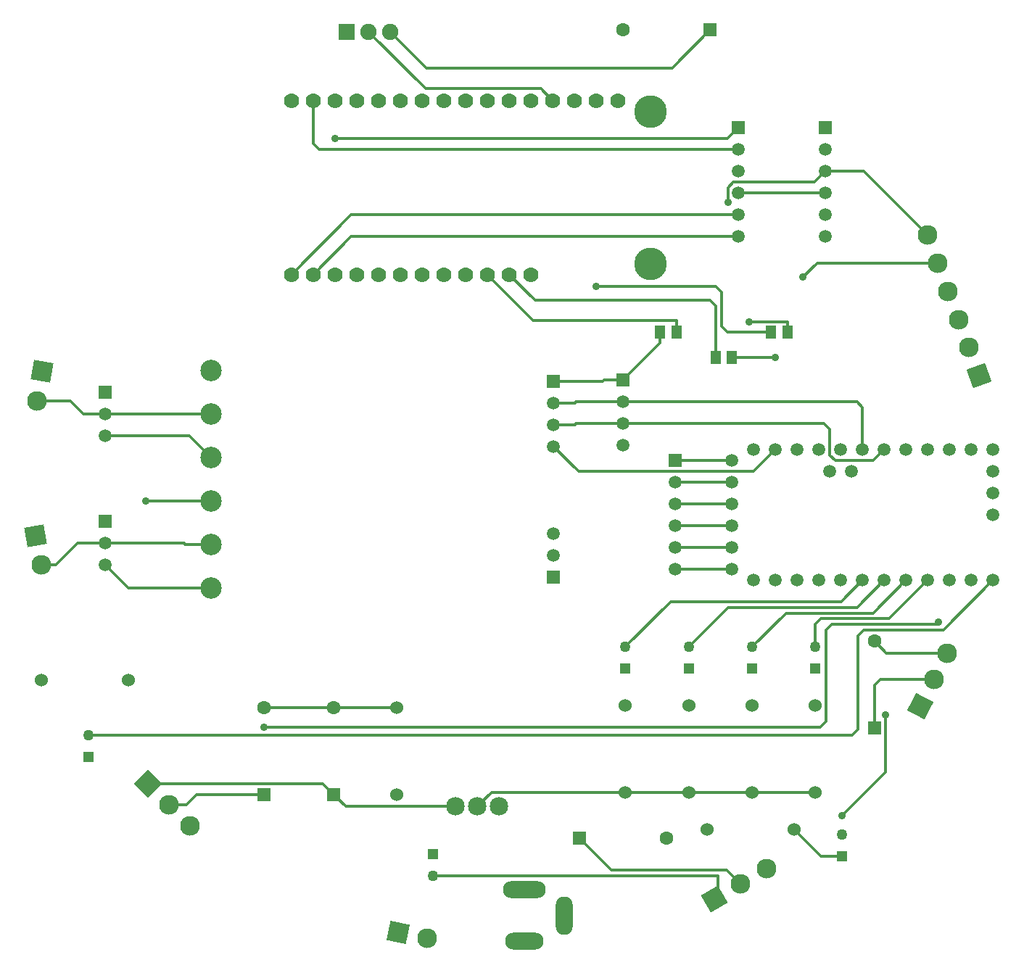
<source format=gbr>
G04 DipTrace 3.3.1.2*
G04 Top.gbr*
%MOIN*%
G04 #@! TF.FileFunction,Copper,L1,Top*
G04 #@! TF.Part,Single*
%AMOUTLINE0*
4,1,4,
0.0,0.064029,
0.064029,0.0,
0.0,-0.064029,
-0.064029,0.0,
0.0,0.064029,
0*%
%AMOUTLINE3*
4,1,4,
-0.061848,0.016572,
0.016572,0.061848,
0.061848,-0.016572,
-0.016572,-0.061848,
-0.061848,0.016572,
0*%
%AMOUTLINE6*
4,1,4,
-0.034873,0.0537,
0.0537,0.034873,
0.034873,-0.0537,
-0.0537,-0.034873,
-0.034873,0.0537,
0*%
%AMOUTLINE9*
4,1,4,
-0.060896,-0.019786,
-0.019786,0.060896,
0.060896,0.019786,
0.019786,-0.060896,
-0.060896,-0.019786,
0*%
%AMOUTLINE12*
4,1,4,
-0.05245,-0.036726,
-0.036726,0.05245,
0.05245,0.036726,
0.036726,-0.05245,
-0.05245,-0.036726,
0*%
%AMOUTLINE15*
4,1,4,
-0.036726,-0.05245,
-0.05245,0.036726,
0.036726,0.05245,
0.05245,-0.036726,
-0.036726,-0.05245,
0*%
%AMOUTLINE18*
4,1,4,
0.02706,0.05803,
0.05803,-0.02706,
-0.02706,-0.05803,
-0.05803,0.02706,
0.02706,0.05803,
0*%
%AMOUTLINE21*
4,1,4,
-0.031496,0.031496,
0.031496,0.031496,
0.031496,-0.031496,
-0.031496,-0.031496,
-0.031496,0.031496,
0*%
G04 #@! TA.AperFunction,Conductor*
%ADD13C,0.012992*%
G04 #@! TA.AperFunction,ComponentPad*
%ADD15C,0.05937*%
%ADD16C,0.090551*%
%ADD17C,0.06*%
%ADD18C,0.06*%
%ADD19C,0.05*%
%ADD20R,0.05X0.05*%
%ADD21C,0.062992*%
%ADD22R,0.062992X0.062992*%
%ADD23C,0.15*%
%ADD24C,0.07*%
%ADD25R,0.059055X0.059055*%
%ADD26C,0.059055*%
%ADD27C,0.085*%
%ADD28R,0.05937X0.05937*%
%ADD29C,0.098425*%
%ADD30O,0.177165X0.07874*%
%ADD31O,0.19685X0.07874*%
%ADD32O,0.07874X0.177165*%
%ADD34R,0.074803X0.074803*%
%ADD35C,0.074803*%
%ADD36R,0.051181X0.059055*%
G04 #@! TA.AperFunction,ViaPad*
%ADD37C,0.035685*%
G04 #@! TA.AperFunction,ComponentPad*
%ADD104OUTLINE0*%
%ADD107OUTLINE3*%
%ADD110OUTLINE6*%
%ADD113OUTLINE9*%
%ADD116OUTLINE12*%
%ADD119OUTLINE15*%
%ADD122OUTLINE18*%
%ADD125OUTLINE21*%
%FSLAX26Y26*%
G04*
G70*
G90*
G75*
G01*
G04 Top*
%LPD*%
X1530916Y2555947D2*
D13*
X1412747D1*
X1407747Y2560947D1*
X1045916D1*
X917365D1*
X816664Y2460246D1*
X749844D1*
X1530916Y3155947D2*
X1045916D1*
X943267D1*
X883970Y3215244D1*
X731988D1*
X3100916Y4595947D2*
X3046428Y4650435D1*
X2516428D1*
X2255916Y4910947D1*
X1045916Y2460947D2*
X1150916Y2355947D1*
X1530916D1*
X1045916Y3055947D2*
X1430916D1*
X1530916Y2955947D1*
X4308419Y1415947D2*
X4017585D1*
X4580916Y2110947D2*
X4635363Y2056500D1*
X4916032D1*
X4125916Y2990947D2*
X4025089Y2890120D1*
X3221743D1*
X3105916Y3005947D1*
X4251979Y3784124D2*
X4316742Y3848887D1*
X4872400D1*
X4355916Y4170947D2*
X3955916D1*
X2385916Y1805947D2*
X2095916D1*
X4125916Y3415947D2*
X3925916D1*
X3435916Y1415947D2*
X2820916D1*
X2755916Y1350947D1*
X3726751Y1415947D2*
X3435916D1*
X4017585D2*
X3726751D1*
X2095916Y1805947D2*
X1775916D1*
X2100916Y4420120D2*
X3905089D1*
X3955916Y4470947D1*
X4525916Y2390947D2*
X4426822Y2291853D1*
X3644318D1*
X3435916Y2083451D1*
X4625916Y2390947D2*
X4500837Y2265868D1*
X3909168D1*
X3726751Y2083451D1*
X4725916Y2390947D2*
X4574853Y2239884D1*
X4174018D1*
X4017585Y2083451D1*
X4825916Y2390947D2*
X4648869Y2213900D1*
X4334404D1*
X4308419Y2187914D1*
Y2083451D1*
X4430916Y1306782D2*
X4631900Y1507766D1*
Y1773278D1*
X3965249Y994844D2*
X3900485Y1059608D1*
X3372255D1*
X3225916Y1205947D1*
X4853474Y1933724D2*
X4606900D1*
X4580916Y1907740D1*
Y1710947D1*
X2800916Y3795947D2*
X3010373Y3586490D1*
X3670916D1*
Y3530947D1*
X4210916Y1245947D2*
X4335916Y1120947D1*
X4430916D1*
X3665916Y2940947D2*
X3925916D1*
X3665916Y2840947D2*
X3925916D1*
X3665916Y2740947D2*
X3925916D1*
X3665916Y2640947D2*
X3925916D1*
X3665916Y2540947D2*
X3925916D1*
X3665916Y2440947D2*
X3925916D1*
X2900916Y3795947D2*
X3020062Y3676801D1*
X3825125D1*
X3851113Y3650813D1*
Y3415947D1*
X3300916Y3740116D2*
X3851113D1*
X3877097Y3714132D1*
Y3556931D1*
X3903081Y3530947D1*
X4106113D1*
X5125916Y2390947D2*
X4896900Y2161931D1*
X4529931D1*
X4503947Y2135947D1*
Y1704427D1*
X4477960Y1678440D1*
X968423D1*
X3105916Y3205947D2*
X3204558D1*
X3209558Y3210947D1*
X3425916D1*
X4499932D1*
X4525916Y3184963D1*
Y2990947D1*
X3105916Y3105947D2*
X3204558D1*
X3209558Y3110947D1*
X3425916D1*
X4349105D1*
X4375089Y3084963D1*
Y2966104D1*
X4401073Y2940120D1*
X4575089D1*
X4625916Y2990947D1*
X2000916Y3795947D2*
X2175916Y3970947D1*
X3955916D1*
X1900916Y3795947D2*
X2175916Y4070947D1*
X3955916D1*
X1775916Y1405947D2*
X1465877D1*
X1418477Y1358546D1*
X1338352D1*
X4875089Y2199262D2*
X4863743Y2187916D1*
X4383893D1*
X4357908Y2161931D1*
Y1741758D1*
X4331924Y1715774D1*
X1775916D1*
X2000916Y4595947D2*
Y4396931D1*
X2026900Y4370947D1*
X3955916D1*
X3825916Y4920947D2*
X3651428Y4746459D1*
X2520404D1*
X2355916Y4910947D1*
X4005089Y3579963D2*
X4180916D1*
Y3530947D1*
X3906743Y4128152D2*
Y4194136D1*
X3932727Y4220120D1*
X4305089D1*
X4355916Y4270947D1*
X2655916Y1350947D2*
X2150916D1*
X2095916Y1405947D1*
X3105916Y3305947D2*
X3332294D1*
X3337294Y3310947D1*
X3425916D1*
X3845915Y925946D2*
X3862486D1*
Y1030947D1*
X2550916D1*
X4355916Y4270947D2*
X4532697D1*
X4825272Y3978372D1*
X2095916Y1405947D2*
X2045880Y1455982D1*
X1240916D1*
X3425916Y3310947D2*
X3596113Y3481144D1*
Y3530947D1*
X1530916Y2755947D2*
X1232908D1*
D37*
X4251979Y3784124D3*
X4125916Y3415947D3*
X2100916Y4420120D3*
X1775916Y1715774D3*
X4875089Y2199262D3*
X4631900Y1773278D3*
X4430916Y1306782D3*
X3300916Y3740116D3*
X4005089Y3579963D3*
X3906743Y4128152D3*
X1232908Y2755947D3*
D15*
X5125916Y2990947D3*
X5025916D3*
X4925916D3*
X4825916D3*
X4725916D3*
X4625916D3*
X4525916D3*
X4425916D3*
X4325916D3*
X4225916D3*
X4125916D3*
X4025916D3*
X5125916Y2890947D3*
Y2790947D3*
Y2690947D3*
X3925916Y2940947D3*
Y2840947D3*
Y2740947D3*
Y2640947D3*
Y2540947D3*
Y2440947D3*
X4375916Y2890947D3*
X4475916D3*
X5125916Y2390947D3*
X5025916D3*
X4925916D3*
X4825916D3*
X4725916D3*
X4625916D3*
X4425916D3*
X4325916D3*
X4125916D3*
X4025916D3*
X4225916D3*
X4525916D3*
D104*
X1240916Y1455982D3*
D16*
X1338352Y1358546D3*
X1435787Y1261110D3*
D107*
X3845915Y925946D3*
D16*
X3965249Y994844D3*
X4084583Y1063741D3*
D17*
X2385916Y1805947D3*
D18*
Y1405947D3*
D19*
X2550916Y1030947D3*
D20*
Y1130947D3*
D17*
X3435916Y1415947D3*
D18*
Y1815947D3*
D19*
Y2083451D3*
D20*
Y1983451D3*
D17*
X1150916Y1930947D3*
D18*
X750916D3*
D19*
X968423Y1678440D3*
D20*
Y1578440D3*
D21*
X2095916Y1805947D3*
D22*
Y1405947D3*
D17*
X3726751Y1415947D3*
D18*
Y1815947D3*
D19*
Y2083451D3*
D20*
Y1983451D3*
D17*
X4017585Y1415947D3*
D18*
Y1815947D3*
D19*
Y2083451D3*
D20*
Y1983451D3*
D17*
X4308419Y1415947D3*
D18*
Y1815947D3*
D19*
Y2083451D3*
D20*
Y1983451D3*
D23*
X3550916Y3845947D3*
Y4545947D3*
D24*
X3000916Y3795947D3*
X2900916D3*
X2800916D3*
X2700916D3*
X2600916D3*
X2500916D3*
X2400916D3*
X2300916D3*
X2200916D3*
X2100916D3*
X2000916D3*
X1900916D3*
X3000916Y4595947D3*
X2900916D3*
X2800916D3*
X2700916D3*
X2600916D3*
X2500916D3*
X2400916D3*
X2300916D3*
X2200916D3*
X2100916D3*
X2000916D3*
X1900916D3*
X3100916D3*
X3200916D3*
X3300916D3*
X3400916D3*
D17*
X3810916Y1245947D3*
D18*
X4210916D3*
D19*
X4430916Y1220947D3*
D20*
Y1120947D3*
D25*
X3665916Y2940947D3*
D26*
Y2840947D3*
Y2740947D3*
Y2640947D3*
Y2540947D3*
Y2440947D3*
D27*
X2655916Y1350947D3*
X2755916D3*
X2855916D3*
D28*
X3105916Y3305947D3*
D15*
Y3205947D3*
Y3105947D3*
Y3005947D3*
D28*
Y2405947D3*
D15*
Y2505947D3*
Y2605947D3*
D29*
X1530916Y3355947D3*
Y3155947D3*
Y2955947D3*
Y2755947D3*
Y2555947D3*
Y2355947D3*
D25*
X1045916Y3255947D3*
D26*
Y3155947D3*
Y3055947D3*
D25*
Y2660947D3*
D26*
Y2560947D3*
Y2460947D3*
D110*
X2390074Y772439D3*
D16*
X2524858Y743790D3*
D30*
X2970916Y730947D3*
D31*
Y967167D3*
D32*
X3155955Y849057D3*
D113*
X4790916Y1810947D3*
D16*
X4853474Y1933724D3*
X4916032Y2056500D3*
D28*
X4355916Y4470947D3*
D15*
Y4370947D3*
Y4270947D3*
Y4170947D3*
Y4070947D3*
Y3970947D3*
D28*
X3955916Y4470947D3*
D15*
Y4370947D3*
Y4270947D3*
Y4170947D3*
Y4070947D3*
Y3970947D3*
D34*
X2155916Y4910947D3*
D35*
X2255916D3*
X2355916D3*
D116*
X755916Y3350946D3*
D16*
X731988Y3215244D3*
D119*
X725916Y2595947D3*
D16*
X749844Y2460246D3*
D36*
X3670916Y3530947D3*
X3596113D3*
X4180916D3*
X4106113D3*
X3851113Y3415947D3*
X3925916D3*
D21*
X3425916Y4920947D3*
D22*
X3825916D3*
D122*
X5060915Y3330946D3*
D16*
X5013787Y3460431D3*
X4966658Y3589917D3*
X4919529Y3719402D3*
X4872400Y3848887D3*
X4825272Y3978372D3*
D21*
X1775916Y1805947D3*
D22*
Y1405947D3*
D21*
X4580916Y2110947D3*
D22*
Y1710947D3*
D21*
X3625916Y1205947D3*
D125*
X3225916D3*
D25*
X3425916Y3310947D3*
D26*
Y3210947D3*
Y3110947D3*
Y3010947D3*
M02*

</source>
